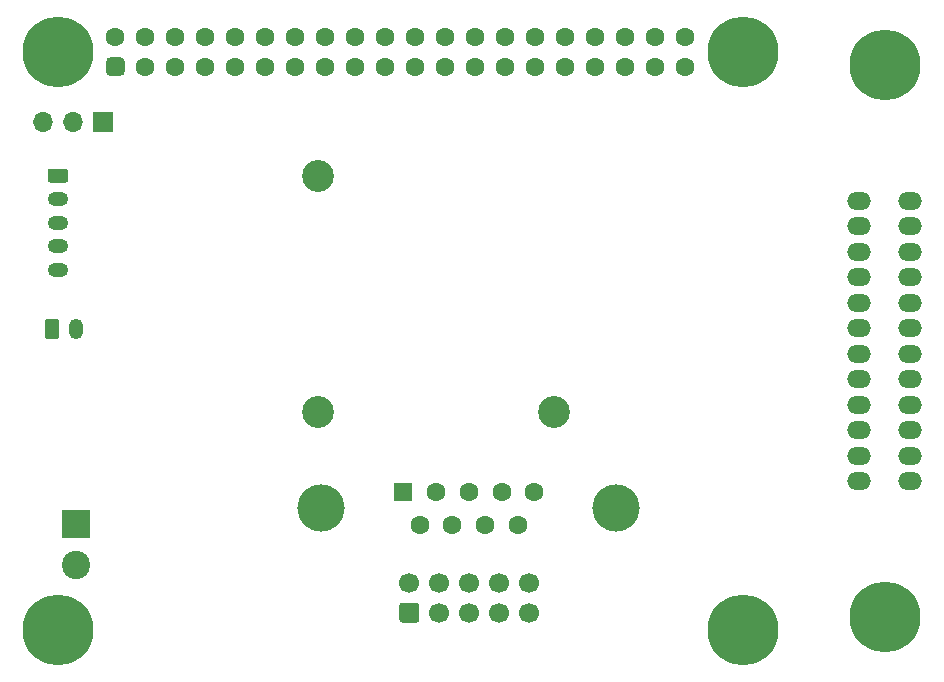
<source format=gbr>
%TF.GenerationSoftware,KiCad,Pcbnew,(5.1.12)-1*%
%TF.CreationDate,2022-01-13T19:50:35+01:00*%
%TF.ProjectId,GrasPiB_v1,47726173-5069-4425-9f76-312e6b696361,2*%
%TF.SameCoordinates,PX6779420PY3305860*%
%TF.FileFunction,Soldermask,Bot*%
%TF.FilePolarity,Negative*%
%FSLAX46Y46*%
G04 Gerber Fmt 4.6, Leading zero omitted, Abs format (unit mm)*
G04 Created by KiCad (PCBNEW (5.1.12)-1) date 2022-01-13 19:50:35*
%MOMM*%
%LPD*%
G01*
G04 APERTURE LIST*
%ADD10O,1.750000X1.200000*%
%ADD11C,1.600000*%
%ADD12C,6.000000*%
%ADD13O,1.700000X1.700000*%
%ADD14R,1.700000X1.700000*%
%ADD15C,1.700000*%
%ADD16C,2.400000*%
%ADD17R,2.400000X2.400000*%
%ADD18O,1.200000X1.750000*%
%ADD19C,2.700000*%
%ADD20O,2.000000X1.500000*%
%ADD21R,1.600000X1.600000*%
%ADD22C,4.000000*%
G04 APERTURE END LIST*
D10*
%TO.C,J4*%
X3500000Y-22000000D03*
X3500000Y-20000000D03*
X3500000Y-18000000D03*
X3500000Y-16000000D03*
G36*
G01*
X2874999Y-13400000D02*
X4125001Y-13400000D01*
G75*
G02*
X4375000Y-13649999I0J-249999D01*
G01*
X4375000Y-14350001D01*
G75*
G02*
X4125001Y-14600000I-249999J0D01*
G01*
X2874999Y-14600000D01*
G75*
G02*
X2625000Y-14350001I0J249999D01*
G01*
X2625000Y-13649999D01*
G75*
G02*
X2874999Y-13400000I249999J0D01*
G01*
G37*
%TD*%
%TO.C,U1*%
G36*
G01*
X7570000Y-5170000D02*
X7570000Y-4370000D01*
G75*
G02*
X7970000Y-3970000I400000J0D01*
G01*
X8770000Y-3970000D01*
G75*
G02*
X9170000Y-4370000I0J-400000D01*
G01*
X9170000Y-5170000D01*
G75*
G02*
X8770000Y-5570000I-400000J0D01*
G01*
X7970000Y-5570000D01*
G75*
G02*
X7570000Y-5170000I0J400000D01*
G01*
G37*
D11*
X8370000Y-2230000D03*
X10910000Y-4770000D03*
X10910000Y-2230000D03*
X13450000Y-4770000D03*
X13450000Y-2230000D03*
X15990000Y-4770000D03*
X15990000Y-2230000D03*
X18530000Y-4770000D03*
X18530000Y-2230000D03*
X21070000Y-4770000D03*
X21070000Y-2230000D03*
X23610000Y-4770000D03*
X23610000Y-2230000D03*
X26150000Y-4770000D03*
X26150000Y-2230000D03*
X28690000Y-4770000D03*
X28690000Y-2230000D03*
X31230000Y-4770000D03*
X31230000Y-2230000D03*
X33770000Y-4770000D03*
X33770000Y-2230000D03*
X36310000Y-4770000D03*
X36310000Y-2230000D03*
X38850000Y-4770000D03*
X38850000Y-2230000D03*
X41390000Y-4770000D03*
X41390000Y-2230000D03*
X43930000Y-4770000D03*
X43930000Y-2230000D03*
X46470000Y-4770000D03*
X46470000Y-2230000D03*
X49010000Y-4770000D03*
X49010000Y-2230000D03*
X51550000Y-4770000D03*
X51550000Y-2230000D03*
X54090000Y-4770000D03*
X54090000Y-2230000D03*
X56630000Y-4770000D03*
X56630000Y-2230000D03*
D12*
X3500000Y-3500000D03*
X61500000Y-3500000D03*
X3500000Y-52500000D03*
X61500000Y-52500000D03*
%TD*%
D13*
%TO.C,JP7*%
X2210000Y-9500000D03*
X4750000Y-9500000D03*
D14*
X7290000Y-9500000D03*
%TD*%
D15*
%TO.C,J6*%
X43410000Y-48460000D03*
X40870000Y-48460000D03*
X38330000Y-48460000D03*
X35790000Y-48460000D03*
X33250000Y-48460000D03*
X43410000Y-51000000D03*
X40870000Y-51000000D03*
X38330000Y-51000000D03*
X35790000Y-51000000D03*
G36*
G01*
X33850000Y-51850000D02*
X32650000Y-51850000D01*
G75*
G02*
X32400000Y-51600000I0J250000D01*
G01*
X32400000Y-50400000D01*
G75*
G02*
X32650000Y-50150000I250000J0D01*
G01*
X33850000Y-50150000D01*
G75*
G02*
X34100000Y-50400000I0J-250000D01*
G01*
X34100000Y-51600000D01*
G75*
G02*
X33850000Y-51850000I-250000J0D01*
G01*
G37*
%TD*%
D16*
%TO.C,J5*%
X5000000Y-47000000D03*
D17*
X5000000Y-43500000D03*
%TD*%
D18*
%TO.C,J3*%
X5000000Y-27000000D03*
G36*
G01*
X2400000Y-27625001D02*
X2400000Y-26374999D01*
G75*
G02*
X2649999Y-26125000I249999J0D01*
G01*
X3350001Y-26125000D01*
G75*
G02*
X3600000Y-26374999I0J-249999D01*
G01*
X3600000Y-27625001D01*
G75*
G02*
X3350001Y-27875000I-249999J0D01*
G01*
X2649999Y-27875000D01*
G75*
G02*
X2400000Y-27625001I0J249999D01*
G01*
G37*
%TD*%
D19*
%TO.C,H3*%
X25500000Y-34000000D03*
%TD*%
%TO.C,H2*%
X25500000Y-14000000D03*
%TD*%
%TO.C,H1*%
X45500000Y-34000000D03*
%TD*%
D20*
%TO.C,J2*%
X71355000Y-16120000D03*
X71355000Y-18280000D03*
X71355000Y-20440000D03*
X71355000Y-22600000D03*
X71355000Y-24760000D03*
X71355000Y-26920000D03*
X71355000Y-29080000D03*
X71355000Y-31240000D03*
X71355000Y-33400000D03*
X71355000Y-35560000D03*
X71355000Y-37720000D03*
X71355000Y-39880000D03*
X75645000Y-16120000D03*
X75645000Y-18280000D03*
X75645000Y-20440000D03*
X75645000Y-22600000D03*
X75645000Y-24760000D03*
X75645000Y-26920000D03*
X75645000Y-29080000D03*
X75645000Y-31240000D03*
X75645000Y-33400000D03*
X75645000Y-35560000D03*
X75645000Y-37720000D03*
X75645000Y-39880000D03*
D12*
X73500000Y-51400000D03*
X73500000Y-4600000D03*
%TD*%
D21*
%TO.C,J1*%
X32750000Y-40750000D03*
D11*
X35520000Y-40750000D03*
X38290000Y-40750000D03*
X41060000Y-40750000D03*
X43830000Y-40750000D03*
X34135000Y-43590000D03*
X36905000Y-43590000D03*
X39675000Y-43590000D03*
X42445000Y-43590000D03*
D22*
X25790000Y-42170000D03*
X50790000Y-42170000D03*
%TD*%
M02*

</source>
